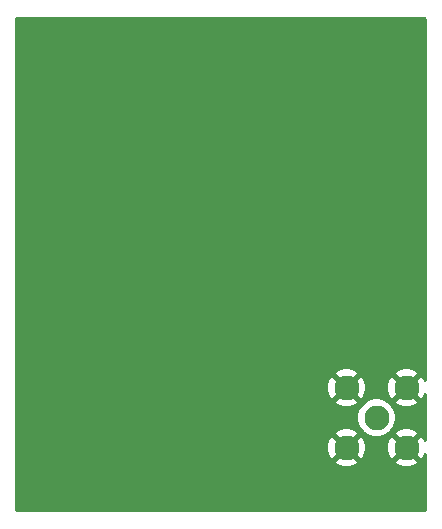
<source format=gbl>
G04 #@! TF.GenerationSoftware,KiCad,Pcbnew,8.0.7-8.0.7-0~ubuntu22.04.1*
G04 #@! TF.CreationDate,2025-01-08T14:25:37-08:00*
G04 #@! TF.ProjectId,RFBackscatterV1,52464261-636b-4736-9361-747465725631,rev?*
G04 #@! TF.SameCoordinates,Original*
G04 #@! TF.FileFunction,Copper,L2,Bot*
G04 #@! TF.FilePolarity,Positive*
%FSLAX46Y46*%
G04 Gerber Fmt 4.6, Leading zero omitted, Abs format (unit mm)*
G04 Created by KiCad (PCBNEW 8.0.7-8.0.7-0~ubuntu22.04.1) date 2025-01-08 14:25:37*
%MOMM*%
%LPD*%
G01*
G04 APERTURE LIST*
G04 #@! TA.AperFunction,ComponentPad*
%ADD10C,2.108200*%
G04 #@! TD*
G04 #@! TA.AperFunction,ViaPad*
%ADD11C,0.800000*%
G04 #@! TD*
G04 APERTURE END LIST*
D10*
X179530000Y-81430000D03*
X174450000Y-81430000D03*
X174450000Y-76350000D03*
X179530000Y-76350000D03*
X176990000Y-78890000D03*
D11*
X161000000Y-71200000D03*
G04 #@! TA.AperFunction,Conductor*
G36*
X181173039Y-45019685D02*
G01*
X181218794Y-45072489D01*
X181230000Y-45124000D01*
X181230000Y-75769713D01*
X181210315Y-75836752D01*
X181157511Y-75882507D01*
X181088353Y-75892451D01*
X181024797Y-75863426D01*
X180991439Y-75817166D01*
X180918995Y-75642270D01*
X180794475Y-75439075D01*
X180245922Y-75987628D01*
X180239039Y-75971011D01*
X180151478Y-75839966D01*
X180040034Y-75728522D01*
X179908989Y-75640961D01*
X179892368Y-75634076D01*
X180440923Y-75085523D01*
X180237729Y-74961004D01*
X180011730Y-74867393D01*
X180011718Y-74867389D01*
X179773870Y-74810287D01*
X179530000Y-74791094D01*
X179286129Y-74810287D01*
X179048281Y-74867389D01*
X179048269Y-74867393D01*
X178822270Y-74961004D01*
X178619075Y-75085523D01*
X179167629Y-75634077D01*
X179151011Y-75640961D01*
X179019966Y-75728522D01*
X178908522Y-75839966D01*
X178820961Y-75971011D01*
X178814077Y-75987629D01*
X178265523Y-75439075D01*
X178141004Y-75642270D01*
X178047393Y-75868269D01*
X178047389Y-75868281D01*
X177990287Y-76106129D01*
X177971094Y-76350000D01*
X177990287Y-76593870D01*
X178047389Y-76831718D01*
X178047393Y-76831730D01*
X178141004Y-77057729D01*
X178265523Y-77260923D01*
X178814077Y-76712369D01*
X178820961Y-76728989D01*
X178908522Y-76860034D01*
X179019966Y-76971478D01*
X179151011Y-77059039D01*
X179167629Y-77065922D01*
X178619075Y-77614475D01*
X178619075Y-77614476D01*
X178822270Y-77738995D01*
X179048269Y-77832606D01*
X179048281Y-77832610D01*
X179286129Y-77889712D01*
X179530000Y-77908905D01*
X179773870Y-77889712D01*
X180011718Y-77832610D01*
X180011730Y-77832606D01*
X180237729Y-77738995D01*
X180440922Y-77614476D01*
X180440923Y-77614475D01*
X179892370Y-77065922D01*
X179908989Y-77059039D01*
X180040034Y-76971478D01*
X180151478Y-76860034D01*
X180239039Y-76728989D01*
X180245922Y-76712370D01*
X180794475Y-77260923D01*
X180794476Y-77260922D01*
X180918995Y-77057728D01*
X180918997Y-77057725D01*
X180991439Y-76882834D01*
X181035280Y-76828430D01*
X181101574Y-76806365D01*
X181169273Y-76823644D01*
X181216884Y-76874781D01*
X181230000Y-76930286D01*
X181230000Y-80849713D01*
X181210315Y-80916752D01*
X181157511Y-80962507D01*
X181088353Y-80972451D01*
X181024797Y-80943426D01*
X180991439Y-80897166D01*
X180918995Y-80722270D01*
X180794475Y-80519075D01*
X180245922Y-81067628D01*
X180239039Y-81051011D01*
X180151478Y-80919966D01*
X180040034Y-80808522D01*
X179908989Y-80720961D01*
X179892368Y-80714076D01*
X180440923Y-80165523D01*
X180237729Y-80041004D01*
X180011730Y-79947393D01*
X180011718Y-79947389D01*
X179773870Y-79890287D01*
X179530000Y-79871094D01*
X179286129Y-79890287D01*
X179048281Y-79947389D01*
X179048269Y-79947393D01*
X178822270Y-80041004D01*
X178619075Y-80165523D01*
X179167629Y-80714077D01*
X179151011Y-80720961D01*
X179019966Y-80808522D01*
X178908522Y-80919966D01*
X178820961Y-81051011D01*
X178814077Y-81067629D01*
X178265523Y-80519075D01*
X178141004Y-80722270D01*
X178047393Y-80948269D01*
X178047389Y-80948281D01*
X177990287Y-81186129D01*
X177971094Y-81430000D01*
X177990287Y-81673870D01*
X178047389Y-81911718D01*
X178047393Y-81911730D01*
X178141004Y-82137729D01*
X178265523Y-82340923D01*
X178814077Y-81792369D01*
X178820961Y-81808989D01*
X178908522Y-81940034D01*
X179019966Y-82051478D01*
X179151011Y-82139039D01*
X179167629Y-82145922D01*
X178619075Y-82694475D01*
X178619075Y-82694476D01*
X178822270Y-82818995D01*
X179048269Y-82912606D01*
X179048281Y-82912610D01*
X179286129Y-82969712D01*
X179530000Y-82988905D01*
X179773870Y-82969712D01*
X180011718Y-82912610D01*
X180011730Y-82912606D01*
X180237729Y-82818995D01*
X180440922Y-82694476D01*
X180440923Y-82694475D01*
X179892370Y-82145922D01*
X179908989Y-82139039D01*
X180040034Y-82051478D01*
X180151478Y-81940034D01*
X180239039Y-81808989D01*
X180245922Y-81792370D01*
X180794475Y-82340923D01*
X180794476Y-82340922D01*
X180918995Y-82137728D01*
X180918997Y-82137725D01*
X180991439Y-81962834D01*
X181035280Y-81908430D01*
X181101574Y-81886365D01*
X181169273Y-81903644D01*
X181216884Y-81954781D01*
X181230000Y-82010286D01*
X181230000Y-86736000D01*
X181210315Y-86803039D01*
X181157511Y-86848794D01*
X181106000Y-86860000D01*
X146524000Y-86860000D01*
X146456961Y-86840315D01*
X146411206Y-86787511D01*
X146400000Y-86736000D01*
X146400000Y-81430000D01*
X172891094Y-81430000D01*
X172910287Y-81673870D01*
X172967389Y-81911718D01*
X172967393Y-81911730D01*
X173061004Y-82137729D01*
X173185523Y-82340923D01*
X173734077Y-81792369D01*
X173740961Y-81808989D01*
X173828522Y-81940034D01*
X173939966Y-82051478D01*
X174071011Y-82139039D01*
X174087629Y-82145922D01*
X173539075Y-82694475D01*
X173539075Y-82694476D01*
X173742270Y-82818995D01*
X173968269Y-82912606D01*
X173968281Y-82912610D01*
X174206129Y-82969712D01*
X174450000Y-82988905D01*
X174693870Y-82969712D01*
X174931718Y-82912610D01*
X174931730Y-82912606D01*
X175157729Y-82818995D01*
X175360922Y-82694476D01*
X175360923Y-82694475D01*
X174812370Y-82145922D01*
X174828989Y-82139039D01*
X174960034Y-82051478D01*
X175071478Y-81940034D01*
X175159039Y-81808989D01*
X175165922Y-81792370D01*
X175714475Y-82340923D01*
X175714476Y-82340922D01*
X175838995Y-82137729D01*
X175932606Y-81911730D01*
X175932610Y-81911718D01*
X175989712Y-81673870D01*
X176008905Y-81430000D01*
X175989712Y-81186129D01*
X175932610Y-80948281D01*
X175932606Y-80948269D01*
X175838995Y-80722270D01*
X175714475Y-80519075D01*
X175165922Y-81067628D01*
X175159039Y-81051011D01*
X175071478Y-80919966D01*
X174960034Y-80808522D01*
X174828989Y-80720961D01*
X174812368Y-80714076D01*
X175360923Y-80165523D01*
X175157729Y-80041004D01*
X174931730Y-79947393D01*
X174931718Y-79947389D01*
X174693870Y-79890287D01*
X174450000Y-79871094D01*
X174206129Y-79890287D01*
X173968281Y-79947389D01*
X173968269Y-79947393D01*
X173742270Y-80041004D01*
X173539075Y-80165523D01*
X174087629Y-80714077D01*
X174071011Y-80720961D01*
X173939966Y-80808522D01*
X173828522Y-80919966D01*
X173740961Y-81051011D01*
X173734077Y-81067629D01*
X173185523Y-80519075D01*
X173061004Y-80722270D01*
X172967393Y-80948269D01*
X172967389Y-80948281D01*
X172910287Y-81186129D01*
X172891094Y-81430000D01*
X146400000Y-81430000D01*
X146400000Y-78890000D01*
X175430593Y-78890000D01*
X175449792Y-79133948D01*
X175506915Y-79371883D01*
X175506915Y-79371884D01*
X175600555Y-79597952D01*
X175600557Y-79597955D01*
X175728409Y-79806590D01*
X175728410Y-79806593D01*
X175728413Y-79806596D01*
X175887333Y-79992667D01*
X176031370Y-80115687D01*
X176073406Y-80151589D01*
X176073408Y-80151589D01*
X176282044Y-80279442D01*
X176282047Y-80279444D01*
X176508116Y-80373084D01*
X176712301Y-80422104D01*
X176746055Y-80430208D01*
X176990000Y-80449407D01*
X177233945Y-80430208D01*
X177471883Y-80373084D01*
X177471884Y-80373084D01*
X177697952Y-80279444D01*
X177697953Y-80279443D01*
X177697956Y-80279442D01*
X177906596Y-80151587D01*
X178092667Y-79992667D01*
X178251587Y-79806596D01*
X178379442Y-79597956D01*
X178473084Y-79371883D01*
X178530208Y-79133945D01*
X178549407Y-78890000D01*
X178530208Y-78646055D01*
X178473084Y-78408117D01*
X178473084Y-78408116D01*
X178473084Y-78408115D01*
X178379444Y-78182047D01*
X178379442Y-78182044D01*
X178251590Y-77973409D01*
X178251589Y-77973406D01*
X178215687Y-77931370D01*
X178092667Y-77787333D01*
X177969645Y-77682262D01*
X177906593Y-77628410D01*
X177906590Y-77628409D01*
X177697955Y-77500557D01*
X177697952Y-77500555D01*
X177471883Y-77406915D01*
X177233948Y-77349792D01*
X176990000Y-77330593D01*
X176746051Y-77349792D01*
X176508116Y-77406915D01*
X176508115Y-77406915D01*
X176282047Y-77500555D01*
X176282044Y-77500557D01*
X176073409Y-77628409D01*
X176073406Y-77628410D01*
X175887333Y-77787333D01*
X175728410Y-77973406D01*
X175728409Y-77973409D01*
X175600557Y-78182044D01*
X175600555Y-78182047D01*
X175506915Y-78408115D01*
X175506915Y-78408116D01*
X175449792Y-78646051D01*
X175430593Y-78890000D01*
X146400000Y-78890000D01*
X146400000Y-76350000D01*
X172891094Y-76350000D01*
X172910287Y-76593870D01*
X172967389Y-76831718D01*
X172967393Y-76831730D01*
X173061004Y-77057729D01*
X173185523Y-77260923D01*
X173734077Y-76712369D01*
X173740961Y-76728989D01*
X173828522Y-76860034D01*
X173939966Y-76971478D01*
X174071011Y-77059039D01*
X174087629Y-77065922D01*
X173539075Y-77614475D01*
X173539075Y-77614476D01*
X173742270Y-77738995D01*
X173968269Y-77832606D01*
X173968281Y-77832610D01*
X174206129Y-77889712D01*
X174450000Y-77908905D01*
X174693870Y-77889712D01*
X174931718Y-77832610D01*
X174931730Y-77832606D01*
X175157729Y-77738995D01*
X175360922Y-77614476D01*
X175360923Y-77614475D01*
X174812370Y-77065922D01*
X174828989Y-77059039D01*
X174960034Y-76971478D01*
X175071478Y-76860034D01*
X175159039Y-76728989D01*
X175165922Y-76712370D01*
X175714475Y-77260923D01*
X175714476Y-77260922D01*
X175838995Y-77057729D01*
X175932606Y-76831730D01*
X175932610Y-76831718D01*
X175989712Y-76593870D01*
X176008905Y-76350000D01*
X175989712Y-76106129D01*
X175932610Y-75868281D01*
X175932606Y-75868269D01*
X175838995Y-75642270D01*
X175714475Y-75439075D01*
X175165922Y-75987628D01*
X175159039Y-75971011D01*
X175071478Y-75839966D01*
X174960034Y-75728522D01*
X174828989Y-75640961D01*
X174812368Y-75634076D01*
X175360923Y-75085523D01*
X175157729Y-74961004D01*
X174931730Y-74867393D01*
X174931718Y-74867389D01*
X174693870Y-74810287D01*
X174450000Y-74791094D01*
X174206129Y-74810287D01*
X173968281Y-74867389D01*
X173968269Y-74867393D01*
X173742270Y-74961004D01*
X173539075Y-75085523D01*
X174087629Y-75634077D01*
X174071011Y-75640961D01*
X173939966Y-75728522D01*
X173828522Y-75839966D01*
X173740961Y-75971011D01*
X173734077Y-75987629D01*
X173185523Y-75439075D01*
X173061004Y-75642270D01*
X172967393Y-75868269D01*
X172967389Y-75868281D01*
X172910287Y-76106129D01*
X172891094Y-76350000D01*
X146400000Y-76350000D01*
X146400000Y-45124000D01*
X146419685Y-45056961D01*
X146472489Y-45011206D01*
X146524000Y-45000000D01*
X181106000Y-45000000D01*
X181173039Y-45019685D01*
G37*
G04 #@! TD.AperFunction*
M02*

</source>
